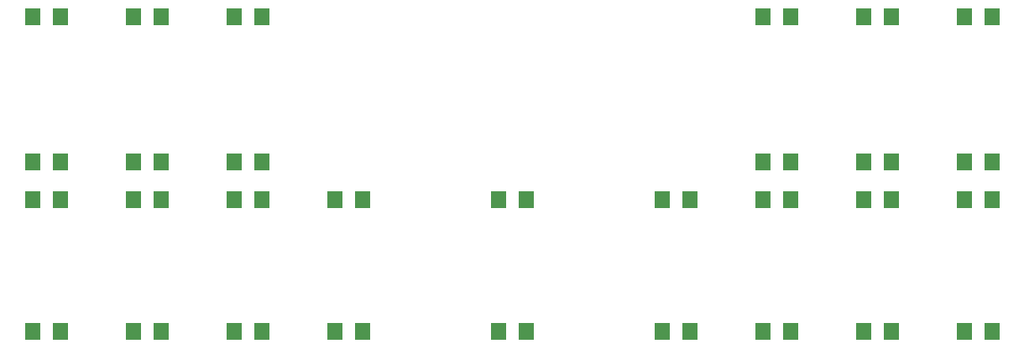
<source format=gbr>
G04 EAGLE Gerber RS-274X export*
G75*
%MOMM*%
%FSLAX34Y34*%
%LPD*%
%INSolderpaste Top*%
%IPPOS*%
%AMOC8*
5,1,8,0,0,1.08239X$1,22.5*%
G01*
%ADD10R,1.600000X1.803000*%


D10*
X36580Y260350D03*
X65020Y260350D03*
X36580Y406400D03*
X65020Y406400D03*
X36580Y88900D03*
X65020Y88900D03*
X36580Y222250D03*
X65020Y222250D03*
X138180Y260350D03*
X166620Y260350D03*
X138180Y406400D03*
X166620Y406400D03*
X138180Y88900D03*
X166620Y88900D03*
X138180Y222250D03*
X166620Y222250D03*
X239780Y260350D03*
X268220Y260350D03*
X239780Y406400D03*
X268220Y406400D03*
X239780Y88900D03*
X268220Y88900D03*
X239780Y222250D03*
X268220Y222250D03*
X341380Y88900D03*
X369820Y88900D03*
X341380Y222250D03*
X369820Y222250D03*
X506480Y88900D03*
X534920Y88900D03*
X506480Y222250D03*
X534920Y222250D03*
X671580Y88900D03*
X700020Y88900D03*
X671580Y222250D03*
X700020Y222250D03*
X773180Y88900D03*
X801620Y88900D03*
X773180Y222250D03*
X801620Y222250D03*
X773180Y260350D03*
X801620Y260350D03*
X773180Y406400D03*
X801620Y406400D03*
X874780Y88900D03*
X903220Y88900D03*
X874780Y222250D03*
X903220Y222250D03*
X874780Y260350D03*
X903220Y260350D03*
X874780Y406400D03*
X903220Y406400D03*
X976380Y88900D03*
X1004820Y88900D03*
X976380Y222250D03*
X1004820Y222250D03*
X976380Y260350D03*
X1004820Y260350D03*
X976380Y406400D03*
X1004820Y406400D03*
M02*

</source>
